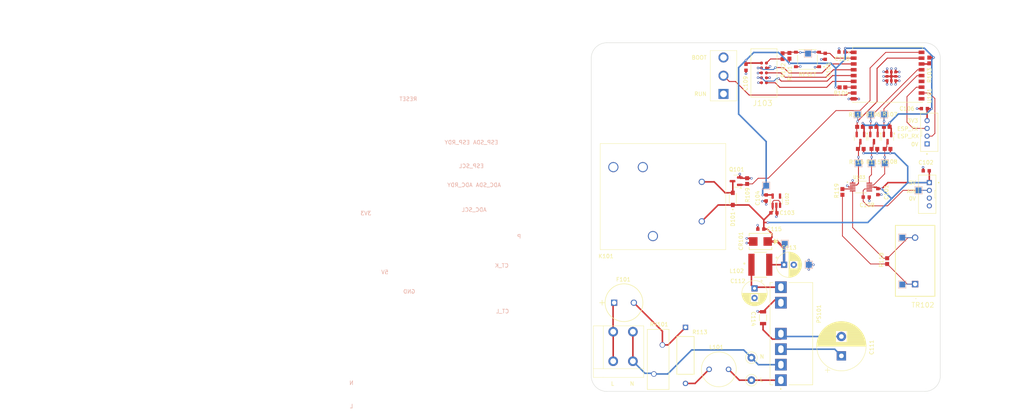
<source format=kicad_pcb>
(kicad_pcb (version 20240108) (generator "pcbnew") (generator_version "8.0")
  (title_block (date "sam. 04 avril 2015"))
  (layers (0 "F.Cu" signal "L1_TOP.Cu") (1 "In1.Cu" signal "L2.Cu") (2 "In2.Cu" signal "L3.Cu") (31 "B.Cu" signal "L4_BOTTOM.Cu") (34 "B.Paste" user) (35 "F.Paste" user) (36 "B.SilkS" user "B.Silkscreen") (37 "F.SilkS" user "F.Silkscreen") (38 "B.Mask" user) (39 "F.Mask" user) (44 "Edge.Cuts" user))
  (net 0 "")
  (net 1 "/VCAP+")
  (net 2 "/VCAP-")
  (net 3 "/5V_L")
  (net 4 "LIVE")
  (net 5 "/LIVE_F")
  (net 6 "NEUT")
  (net 7 "/AIN3")
  (net 8 "/MCU_EN")
  (net 9 "/TMS")
  (net 10 "/TCK")
  (net 11 "/TDO")
  (net 12 "/TDI")
  (net 13 "/MCU-TX")
  (net 14 "/MCU-RX")
  (net 16 "Net-(D101-A)")
  (net 19 "/IO2")
  (net 20 "/AC_IN_L")
  (net 22 "/IO8")
  (net 23 "/LIVE_R")
  (net 24 "/CT_L")
  (net 25 "/IO9")
  (net 26 "/ADC_SCL")
  (net 27 "/ESP_SCL")
  (net 28 "/ADC_SDA")
  (net 29 "/ESP_SDA")
  (net 30 "+5V")
  (net 31 "GND")
  (net 32 "+3V3")
  (net 33 "/ESP_RDY")
  (net 34 "/ALERT{slash}RDY")
  (net 36 "/AIN1")
  (net 38 "/AIN0")
  (net 39 "/TC_RST")
  (net 40 "/RLY_EN")
  (footprint "Capacitor_THT:CP_Radial_D6.3mm_P2.50mm" (layer "F.Cu") (at 213.42 98.7 -90)
    (property "Reference" "C112")
    (property "Value" "470u" (hide yes))
  )
  (footprint "Library:SOT95P285X140-5N" (layer "F.Cu") (at 219.0447 76.0612 90)
    (property "Reference" "U102")
    (property "Value" "AP2112K-3.3" (hide yes))
  )
  (footprint "Library:RESC1607X60N" (layer "F.Cu") (at 222.42 38.665 90)
    (property "Reference" "R101")
    (property "Value" "10K" (hide yes))
  )
  (footprint "Library:AZ2100-1CE-5DEF" (layer "F.Cu") (at 193.92 77.6 90)
    (property "Reference" "K101")
    (property "Value" "AZ2100-1CE-5DEF" (hide yes))
  )
  (footprint "Capacitor_THT:CP_Radial_D6.3mm_P2.50mm" (layer "F.Cu") (at 221.037621 92.6)
    (property "Reference" "C113")
    (property "Value" "100u" (hide yes))
  )
  (footprint "Library:CAP_CL31_SAM" (layer "F.Cu") (at 215.62 106.272199 -90)
    (property "Reference" "C114")
    (property "Value" "1n" (hide yes))
  )
  (footprint "Library:CL10A" (layer "F.Cu") (at 235.985 37.6903 180)
    (property "Reference" "C110")
    (property "Value" "10u" (hide yes))
  )
  (footprint "Library:JST_B4B-PH-K" (layer "F.Cu") (at 257.945 74.4 90)
    (property "Reference" "J102" (hide yes))
    (property "Value" "B4B-PH-K" (hide yes))
  )
  (footprint "Library:RESC1607X60N" (layer "F.Cu") (at 247.52 57 180)
    (property "Reference" "R107")
    (property "Value" "2k2" (hide yes))
  )
  (footprint "Library:SW_TS-1187A-B-A-B" (layer "F.Cu") (at 227.0825 39.6 180)
    (property "Reference" "SW102" (hide yes))
    (property "Value" "TS-1187A-B-A-B" (hide yes))
  )
  (footprint "MountingHole:MountingHole_3.2mm_M3" (layer "F.Cu") (at 233.82 62.8)
    (property "Reference" "H102" (hide yes))
    (property "Value" "MountingHole" (hide yes))
  )
  (footprint "Capacitor_THT:CP_Radial_D12.5mm_P5.00mm" (layer "F.Cu") (at 235.82 116.123959 90)
    (property "Reference" "C111")
    (property "Value" "22u" (hide yes))
  )
  (footprint "MountingHole:MountingHole_3.2mm_M3" (layer "F.Cu") (at 233.82 97.8)
    (property "Reference" "H103" (hide yes))
    (property "Value" "MountingHole" (hide yes))
  )
  (footprint "Library:YAG_FMP200_YAG" (layer "F.Cu") (at 195.62 108.761 -90)
    (property "Reference" "R113")
    (property "Value" "12R" (hide yes))
  )
  (footprint "Library:CL10A" (layer "F.Cu") (at 216.42 75.35 -90)
    (property "Reference" "C104")
    (property "Value" "1u" (hide yes))
  )
  (footprint "Library:CL10A" (layer "F.Cu") (at 215.0453 83.4 180)
    (property "Reference" "C115")
    (property "Value" "1u" (hide yes))
  )
  (footprint "Library:CONV_PBO-5C-5" (layer "F.Cu") (at 220.22 110.4 90)
    (property "Reference" "PS101")
    (property "Value" "PBO-5C-5" (hide yes))
    (fp_line (start 7.7 -0.7) (end 8.3 -0.7) (stroke (width 0.01)) (layer "Edge.Cuts"))
    (fp_line (start -0.3 -0.7) (end 0.3 -0.7) (stroke (width 0.01)) (layer "Edge.Cuts"))
    (fp_line (start 8.3 0.7) (end 7.7 0.7) (stroke (width 0.01)) (layer "Edge.Cuts"))
    (fp_line (start 0.3 0.7) (end -0.3 0.7) (stroke (width 0.01)) (layer "Edge.Cuts"))
    (fp_arc (start 8.3 -0.7) (mid 8.794975 -0.494975) (end 9 0) (stroke (width 0.01)) (layer "Edge.Cuts"))
    (fp_arc (start 0.3 -0.7) (mid 0.794975 -0.494975) (end 1 0) (stroke (width 0.01)) (layer "Edge.Cuts"))
    (fp_arc (start 9 0) (mid 8.794975 0.494975) (end 8.3 0.7) (stroke (width 0.01)) (layer "Edge.Cuts"))
    (fp_arc (start 7 0) (mid 7.205025 -0.494975) (end 7.7 -0.7) (stroke (width 0.01)) (layer "Edge.Cuts"))
    (fp_arc (start 1 0) (mid 0.794975 0.494975) (end 0.3 0.7) (stroke (width 0.01)) (layer "Edge.Cuts"))
    (fp_arc (start -1 0) (mid -0.794975 -0.494975) (end -0.3 -0.7) (stroke (width 0.01)) (layer "Edge.Cuts"))
    (fp_arc (start 7.7 0.7) (mid 7.205025 0.494975) (end 7 0) (stroke (width 0.01)) (layer "Edge.Cuts"))
    (fp_arc (start -0.3 0.7) (mid -0.794975 0.494975) (end -1 0) (stroke (width 0.01)) (layer "Edge.Cuts"))
  )
  (footprint "Library:RESC1607X60N" (layer "F.Cu") (at 258.485 39.865 -90)
    (property "Reference" "R103")
    (property "Value" "10K" (hide yes))
  )
  (footprint "Library:IND_RLB9012-472KL" (layer "F.Cu") (at 204.22 119.6)
    (property "Reference" "L101")
    (property "Value" "4m7" (hide yes))
  )
  (footprint "Library:CL10A" (layer "F.Cu") (at 231.6453 38.8 -90)
    (property "Reference" "C105")
    (property "Value" "1u" (hide yes))
  )
  (footprint "Library:TAG-CONNECT_TC2050-IDC-NL" (layer "F.Cu") (at 215.22 40.53)
    (property "Reference" "J103")
    (property "Value" "TC2050-IDC-NL" (hide yes))
  )
  (footprint "Package_TO_SOT_SMD:SOT-23" (layer "F.Cu") (at 240.72 59.9 -90)
    (property "Reference" "Q104" (hide yes))
    (property "Value" "DMG2302UK" (hide yes))
  )
  (footprint "Library:CL10A" (layer "F.Cu") (at 242.22 75.135)
    (property "Reference" "C108")
    (property "Value" "1u" (hide yes))
  )
  (footprint "Library:RESC1607X60N" (layer "F.Cu") (at 211.52 71 90)
    (property "Reference" "R109")
    (property "Value" "10K" (hide yes))
  )
  (footprint "Library:RESC1607X60N" (layer "F.Cu") (at 244.32 62.7 180)
    (property "Reference" "R115")
    (property "Value" "2k2" (hide yes))
  )
  (footprint "TestPoint:TestPoint_Loop_D2.50mm_Drill1.0mm" (layer "F.Cu") (at 212.62 116.6)
    (property "Reference" "TP102" (hide yes))
    (property "Value" "TestPoint_Alt" (hide yes))
  )
  (footprint "Library:RESC1607X60N" (layer "F.Cu") (at 236.085 46.8 180)
    (property "Reference" "R104")
    (property "Value" "10K" (hide yes))
  )
  (footprint "Library:RESC1607X60N" (layer "F.Cu") (at 244.12 57 180)
    (property "Reference" "R106")
    (property "Value" "2k2" (hide yes))
  )
  (footprint "Library:VAR_B72214S0351K101" (layer "F.Cu") (at 188.57 117.05 -90)
    (property "Reference" "RV101")
    (property "Value" "B72214S0351K101" (hide yes))
  )
  (footprint "Library:ADS1115_SOP50P490X110-10N" (layer "F.Cu") (at 240.87 72.535)
    (property "Reference" "U103")
    (property "Value" "ADS1115IDGSR" (hide yes))
  )
  (footprint "Library:XCVR_ESP32-C3-WROOM-02U-N4" (layer "F.Cu") (at 247.735 43.515)
    (property "Reference" "U101")
    (property "Value" "ESP32-C3-WROOM" (hide yes))
  )
  (footprint "Package_TO_SOT_SMD:SOT-23" (layer "F.Cu") (at 247.72 59.9 -90)
    (property "Reference" "Q103" (hide yes))
    (property "Value" "DMG2302UK" (hide yes))
  )
  (footprint "Library:IND_HL4R7M_TAY" (layer "F.Cu") (at 214.9213 92.6)
    (property "Reference" "L102")
    (property "Value" "4u7" (hide yes))
  )
  (footprint "Library:CL10A" (layer "F.Cu") (at 211.22 41.6253 -90)
    (property "Reference" "C109")
    (property "Value" "1u" (hide yes))
  )
  (footprint "Package_TO_SOT_SMD:SOT-23" (layer "F.Cu") (at 244.22 59.9 -90)
    (property "Reference" "Q102" (hide yes))
    (property "Value" "DMG2302UK" (hide yes))
  )
  (footprint "Library:FUSE_560_1019_LTF" (layer "F.Cu") (at 177.22 102.4)
    (property "Reference" "F101")
    (property "Value" "56000001019 " (hide yes))
  )
  (footprint "Library:CL10A" (layer "F.Cu") (at 257.22 52.3 180)
    (property "Reference" "C106")
    (property "Value" "1u" (hide yes))
  )
  (footprint "Library:RESC1607X60N" (layer "F.Cu") (at 236.085 73.8 90)
    (property "Reference" "R119")
    (property "Value" "0R")
  )
  (footprint "Library:SS12D10L3" (layer "F.Cu") (at 205.42 48.5 90)
    (property "Reference" "SW101" (hide yes))
    (property "Value" "SW_SPDT" (hide yes))
  )
  (footprint "MountingHole:MountingHole_3.2mm_M3" (layer "F.Cu") (at 198.82 97.8)
    (property "Reference" "H104" (hide yes))
    (property "Value" "MountingHole" (hide yes))
  )
  (footprint "Library:CL10A" (layer "F.Cu") (at 257.6947 68.3494 180)
    (property "Reference" "C102")
    (property "Value" "1u" (hide yes))
  )
  (footprint "Library:RESC1607X60N" (layer "F.Cu") (at 240.82 62.7 180)
    (property "Reference" "R116")
    (property "Value" "2k2" (hide yes))
  )
  (footprint "Library:zmct102" (layer "F.Cu") (at 254.82 97.6 90)
    (property "Reference" "TR102")
    (property "Value" "ZMCT102" (hide yes))
  )
  (footprint "Library:RESC1607X60N" (layer "F.Cu") (at 240.62 57 180)
    (property "Reference" "R114")
    (property "Value" "2k2" (hide yes))
  )
  (footprint "Library:RESC1607X60N" (layer "F.Cu") (at 247.72 62.7 180)
    (property "Reference" "R108")
    (property "Value" "2k2" (hide yes))
  )
  (footprint "Library:CL10A" (layer "F.Cu") (at 218.42 79.2)
    (property "Reference" "C103")
    (property "Value" "1u" (hide yes))
  )
  (footprint "Library:SODFL3618X110N" (layer "F.Cu") (at 207.82 75.6 90)
    (property "Reference" "D101")
    (property "Value" "1N4007FL" (hide yes))
  )
  (footprint "TestPoint:TestPoint_Loop_D2.50mm_Drill1.0mm" (layer "F.Cu") (at 212.62 122.4)
    (property "Reference" "TP101" (hide yes))
    (property "Value" "TestPoint_Alt" (hide yes))
  )
  (footprint "Package_TO_SOT_SMD:SOT-23" (layer "F.Cu") (at 208.6825 71.025 180)
    (property "Reference" "Q101")
    (property "Value" "DMG2302UK" (hide yes))
  )
  (footprint "Library:JST_B4B-PH-K" (layer "F.Cu") (at 258.47 58.4 -90)
    (property "Reference" "J105" (hide yes))
    (property "Value" "B4B-PH-K" (hide yes))
  )
  (footprint "Library:SMB_DIO" (layer "F.Cu") (at 214.9628 86.6 180)
    (property "Reference" "CR101")
    (property "Value" "SMBJ7.0CA-13-F" (hide yes))
  )
  (footprint "Library:RESC1607X60N" (layer "F.Cu") (at 247.62 91.665 90)
    (property "Reference" "R118")
    (property "Value" "68R")
  )
  (footprint "Library:CL10A" (layer "F.Cu") (at 245.22 73.735 -90)
    (property "Reference" "C101")
    (property "Value" "1u" (hide yes))
  )
  (footprint "Library:CONN-TH_2P-P5.08_WJ142V-5.08-2P" (layer "F.Cu") (at 179.52 113.7)
    (property "Reference" "J101" (hide yes))
    (property "Value" "Screw_Terminal_01x02" (hide yes))
  )
  (footprint "Library:RESC1607X60N" (layer "F.Cu") (at 220.645 38.75 90)
    (property "Reference" "R102")
    (property "Value" "0R" (hide yes))
  )
  (footprint "TestPoint:TestPoint_Pad_1.5x1.5mm" (layer "B.Cu") (at 243.42 53.8 180)
    (property "Reference" "TP107" (hide yes))
    (property "Value" "TestPoint_Alt" (hide yes))
  )
  (footprint "TestPoint:TestPoint_Pad_1.5x1.5mm" (layer "B.Cu") (at 227.42 92.6 180)
    (property "Reference" "TP106" (hide yes))
    (property "Value" "TestPoint_Alt" (hide yes))
  )
  (footprint "TestPoint:TestPoint_Pad_1.5x1.5mm" (layer "B.Cu") (at 255.72 73.4 -90)
    (property "Reference" "TP115" (hide yes))
    (property "Value" "TestPoint_Alt" (hide yes))
  )
  (footprint "TestPoint:TestPoint_Pad_1.5x1.5mm" (layer "B.Cu") (at 251.52 85.6 180)
    (property "Reference" "TP114" (hide yes))
    (property "Value" "TestPoint_Alt")
  )
  (footprint "TestPoint:TestPoint_Pad_1.5x1.5mm" (layer "B.Cu") (at 221.22 87.2 180)
    (property "Reference" "TP103" (hide yes))
    (property "Value" "TestPoint_Alt" (hide yes))
  )
  (footprint "TestPoint:TestPoint_Pad_1.5x1.5mm" (layer "B.Cu") (at 227.22 38.1 180)
    (property "Reference" "TP105" (hide yes))
    (property "Value" "TestPoint_Alt" (hide yes))
  )
  (footprint "TestPoint:TestPoint_Pad_1.5x1.5mm" (layer "B.Cu") (at 240.02 53.8 180)
    (property "Reference" "TP111" (hide yes))
    (property "Value" "TestPoint_Alt" (hide yes))
  )
  (footprint "TestPoint:TestPoint_Pad_1.5x1.5mm" (layer "B.Cu") (at 240.22 66.4 180)
    (property "Reference" "TP112" (hide yes))
    (property "Value" "TestPoint_Alt" (hide yes))
  )
  (footprint "TestPoint:TestPoint_Pad_1.5x1.5mm" (layer "B.Cu") (at 251.52 97.7 180)
    (property "Reference" "TP113" (hide yes))
    (property "Value" "TestPoint_Alt")
  )
  (footprint "TestPoint:TestPoint_Pad_1.5x1.5mm" (layer "B.Cu") (at 246.82 53.8 180)
    (property "Reference" "TP109" (hide yes))
    (property "Value" "TestPoint_Alt" (hide yes))
  )
  (footprint "TestPoint:TestPoint_Pad_1.5x1.5mm" (layer "B.Cu") (at 243.62 66.4 180)
    (property "Reference" "TP108" (hide yes))
    (property "Value" "TestPoint_Alt" (hide yes))
  )
  (footprint "TestPoint:TestPoint_Pad_1.5x1.5mm" (layer "B.Cu") (at 247.02 66.4 180)
    (property "Reference" "TP110" (hide yes))
    (property "Value" "TestPoint_Alt" (hide yes))
  )
  (footprint "TestPoint:TestPoint_Pad_1.5x1.5mm" (layer "B.Cu") (at 216.42 72.2 180)
    (property "Reference" "TP104" (hide yes))
    (property "Value" "TestPoint_Alt" (hide yes))
  )
  (gr_arc (start 257.32 35.3) (mid 260.148427 36.471573) (end 261.32 39.3) (stroke (width 0.1)) (layer "Edge.Cuts"))
  (gr_arc (start 261.32 121.3) (mid 260.148427 124.128427) (end 257.32 125.3) (stroke (width 0.1)) (layer "Edge.Cuts"))
  (gr_line (start 171.32 121.3) (end 171.32 39.3) (stroke (width 0.1)) (layer "Edge.Cuts"))
  (gr_line (start 257.32 125.3) (end 175.32 125.3) (stroke (width 0.1)) (layer "Edge.Cuts"))
  (gr_arc (start 171.32 39.3) (mid 172.491573 36.471573) (end 175.32 35.3) (stroke (width 0.1)) (layer "Edge.Cuts"))
  (gr_line (start 175.32 35.3) (end 257.32 35.3) (stroke (width 0.1)) (layer "Edge.Cuts"))
  (gr_arc (start 175.32 125.3) (mid 172.491573 124.128427) (end 171.32 121.3) (stroke (width 0.1)) (layer "Edge.Cuts"))
  (gr_line (start 261.32 39.3) (end 261.32 121.3) (stroke (width 0.1)) (layer "Edge.Cuts"))
  (gr_text "ADC_SDA" (at 148.1 72.6 0) (layer "B.SilkS") (effects (font (size 1 1)) (justify left bottom mirror)))
  (gr_text "ESP_SDA" (at 147.4 61.6 0) (layer "B.SilkS") (effects (font (size 1 1)) (justify left bottom mirror)))
  (gr_text "ADC_RDY" (at 140.8 72.6 0) (layer "B.SilkS") (effects (font (size 1 1)) (justify left bottom mirror)))
  (gr_text "RESET" (at 126.5 50.4 0) (layer "B.SilkS") (effects (font (size 1 1)) (justify left bottom mirror)))
  (gr_text "ADC_SCL" (at 144.4 79 0) (layer "B.SilkS") (effects (font (size 1 1)) (justify left bottom mirror)))
  (gr_text "CT_K" (at 150.1 93.4 0) (layer "B.SilkS") (effects (font (size 1 1)) (justify left bottom mirror)))
  (gr_text "GND" (at 126 100.1 0) (layer "B.SilkS") (effects (font (size 1 1)) (justify left bottom mirror)))
  (gr_text "P" (at 153.3 85.9 0) (layer "B.SilkS") (effects (font (size 1 1)) (justify left bottom mirror)))
  (gr_text "N" (at 110.1 123.7 -0) (layer "B.SilkS") (effects (font (size 1 1)) (justify left bottom mirror)))
  (gr_text "CT_L" (at 150.2 105.2 0) (layer "B.SilkS") (effects (font (size 1 1)) (justify left bottom mirror)))
  (gr_text "ESP_SCL" (at 143.7 67.7 0) (layer "B.SilkS") (effects (font (size 1 1)) (justify left bottom mirror)))
  (gr_text "3V3" (at 114.7 79.9 0) (layer "B.SilkS") (effects (font (size 1 1)) (justify left bottom mirror)))
  (gr_text "5V" (at 119.1 95.1 0) (layer "B.SilkS") (effects (font (size 1 1)) (justify left bottom mirror)))
  (gr_text "L" (at 110 129.7 -0) (layer "B.SilkS") (effects (font (size 1 1)) (justify left bottom mirror)))
  (gr_text "ESP_RDY" (at 140.1 61.6 0) (layer "B.SilkS") (effects (font (size 1 1)) (justify left bottom mirror)))
  (gr_text "BOOT" (at 197.12 39.7 0) (layer "F.SilkS") (effects (font (size 1 1)) (justify left bottom)))
  (gr_text "RUN" (at 197.82 49.1 0) (layer "F.SilkS") (effects (font (size 1 1)) (justify left bottom)))
  (gr_text "N" (at 181.22 123.9 0) (layer "F.SilkS") (effects (font (size 1 1)) (justify left bottom)))
  (gr_text "ESP_RX" (at 250.12 60 0) (layer "F.SilkS") (effects (font (size 1 1)) (justify left bottom)))
  (gr_text "3V3" (at 252.72 56 0) (layer "F.SilkS") (effects (font (size 1 1)) (justify left bottom)))
  (gr_text "RESET" (at 224.72 44.1 0) (layer "F.SilkS") (effects (font (size 1 1)) (justify left bottom)))
  (gr_text "0V" (at 253.72 62.1 0) (layer "F.SilkS") (effects (font (size 1 1)) (justify left bottom)))
  (gr_text "5V" (at 253.12 72 0) (layer "F.SilkS") (effects (font (size 1 1)) (justify left bottom)))
  (gr_text "N" (at 214.72 116.9 0) (layer "F.SilkS") (effects (font (size 1 1)) (justify left bottom)))
  (gr_text "L" (at 214.72 122.9 0) (layer "F.SilkS") (effects (font (size 1 1)) (justify left bottom)))
  (gr_text "0V" (at 253.12 76.1 0) (layer "F.SilkS") (effects (font (size 1 1)) (justify left bottom)))
  (gr_text "L" (at 176.32 123.9 0) (layer "F.SilkS") (effects (font (size 1 1)) (justify left bottom)))
  (gr_text "ESP_TX" (at 250.12 58.1 0) (layer "F.SilkS") (effects (font (size 1 1)) (justify left bottom)))
  (gr_text "AIN" (at 252.62 74.2 0) (layer "F.SilkS") (effects (font (size 1 1)) (justify left bottom)))
  (segment (start 220.22 114.4) (end 234.096041 114.4) (width 0.4) (layer "B.Cu") (net 1))
  (segment (start 234.096041 114.4) (end 235.82 116.123959) (width 0.4) (layer "B.Cu") (net 1))
  (segment (start 215.62 107.8) (end 215.62 109.4) (width 0.4) (layer "F.Cu") (net 2))
  (segment (start 218.025076 111.805076) (end 220.222942 111.805076) (width 0.4) (layer "F.Cu") (net 2))
  (segment (start 215.62 109.4) (end 218.025076 111.805076) (width 0.4) (layer "F.Cu") (net 2))
  (segment (start 235.82 111.123959) (end 221.365503 111.123959) (width 0.4) (layer "B.Cu") (net 2))
  (segment (start 221.365503 111.123959) (end 221.004731 111.484731) (width 0.4) (layer "B.Cu") (net 2))
  (segment (start 220.22 98.4) (end 213.72 98.4) (width 0.4) (layer "F.Cu") (net 3))
  (segment (start 213.42 98.7) (end 212.6226 97.9026) (width 0.4) (layer "F.Cu") (net 3))
  (segment (start 213.72 98.4) (end 213.42 98.7) (width 0.4) (layer "F.Cu") (net 3))
  (segment (start 212.6226 97.9026) (end 212.6226 92.6) (width 0.4) (layer "F.Cu") (net 3))
  (segment (start 176.947 109.857) (end 176.947 102.673) (width 0.4) (layer "F.Cu") (net 4))
  (segment (start 176.947 102.673) (end 177.22 102.4) (width 0.4) (layer "F.Cu") (net 4))
  (segment (start 176.98 117.51) (end 176.98 109.89) (width 0.4) (layer "F.Cu") (net 4))
  (segment (start 176.98 109.89) (end 176.947 109.857) (width 0.4) (layer "F.Cu") (net 4))
  (segment (start 195.62 108.8) (end 195.62 108.761) (width 0.4) (layer "F.Cu") (net 5))
  (segment (start 189.67 109.77) (end 189.67 113.3) (width 0.4) (layer "F.Cu") (net 5))
  (segment (start 182.3 102.4) (end 189.67 109.77) (width 0.4) (layer "F.Cu") (net 5))
  (segment (start 191.12 113.3) (end 195.62 108.8) (width 0.4) (layer "F.Cu") (net 5))
  (segment (start 189.67 113.3) (end 191.12 113.3) (width 0.4) (layer "F.Cu") (net 5))
  (segment (start 182.06 117.51) (end 182.06 109.89) (width 0.4) (layer "F.Cu") (net 6))
  (segment (start 210.62 114.6) (end 212.62 116.6) (width 0.4) (layer "B.Cu") (net 6))
  (segment (start 185.178 120.628) (end 187.298 120.628) (width 0.4) (layer "B.Cu") (net 6))
  (segment (start 220.22 118.4) (end 214.42 118.4) (width 0.4) (layer "B.Cu") (net 6))
  (segment (start 187.47 120.8) (end 191.02 120.8) (width 0.4) (layer "B.Cu") (net 6))
  (segment (start 182.06 117.51) (end 185.178 120.628) (width 0.4) (layer "B.Cu") (net 6))
  (segment (start 187.298 120.628) (end 187.47 120.8) (width 0.4) (layer "B.Cu") (net 6))
  (segment (start 197.22 114.6) (end 210.62 114.6) (width 0.4) (layer "B.Cu") (net 6))
  (segment (start 191.02 120.8) (end 197.22 114.6) (width 0.4) (layer "B.Cu") (net 6))
  (segment (start 214.42 118.4) (end 212.62 116.6) (width 0.4) (layer "B.Cu") (net 6))
  (segment (start 243.02 73.035) (end 241.835 73.035) (width 0.2) (layer "F.Cu") (net 7))
  (segment (start 247.72 77.4) (end 251.72 73.4) (width 0.2) (layer "F.Cu") (net 7))
  (segment (start 242.62 77.4) (end 247.72 77.4) (width 0.2) (layer "F.Cu") (net 7))
  (segment (start 241.835 73.035) (end 241.4453 73.4247) (width 0.2) (layer "F.Cu") (net 7))
  (segment (start 251.72 73.4) (end 258.495 73.4) (width 0.2) (layer "F.Cu") (net 7))
  (segment (start 241.4453 76.2253) (end 242.62 77.4) (width 0.2) (layer "F.Cu") (net 7))
  (segment (start 241.4453 75.135) (end 241.4453 76.2253) (width 0.2) (layer "F.Cu") (net 7))
  (segment (start 241.4453 73.4247) (end 241.4453 75.135) (width 0.2) (layer "F.Cu") (net 7))
  (segment (start 258.495 73.4) (end 255.72 73.4) (width 0.2) (layer "B.Cu") (net 7))
  (segment (start 224.0825 37.725) (end 222.625 37.725) (width 0.25) (layer "F.Cu") (net 8))
  (segment (start 222.625 37.725) (end 222.42 37.93) (width 0.25) (layer "F.Cu") (net 8))
  (segment (start 234.085 39.265) (end 232.8453 38.0253) (width 0.25) (layer "F.Cu") (net 8))
  (segment (start 230.3828 38.0253) (end 230.0825 37.725) (width 0.25) (layer "F.Cu") (net 8))
  (segment (start 222.42 37.93) (end 220.73 37.93) (width 0.25) (layer "F.Cu") (net 8))
  (segment (start 230.0825 37.725) (end 229.045 37.725) (width 0.25) (layer "F.Cu") (net 8))
  (segment (start 231.6453 38.0253) (end 230.3828 38.0253) (width 0.25) (layer "F.Cu") (net 8))
  (segment (start 225.22 37.8) (end 224.1575 37.8) (width 0.25) (layer "F.Cu") (net 8))
  (segment (start 229.045 37.725) (end 229.02 37.7) (width 0.25) (layer "F.Cu") (net 8))
  (segment (start 232.8453 38.0253) (end 231.6453 38.0253) (width 0.25) (layer "F.Cu") (net 8))
  (segment (start 238.985 39.265) (end 234.085 39.265) (width 0.25) (layer "F.Cu") (net 8))
  (segment (start 220.73 37.93) (end 220.645 38.015) (width 0.25) (layer "F.Cu") (net 8))
  (segment (start 224.1575 37.8) (end 224.0825 37.725) (width 0.25) (layer "F.Cu") (net 8))
  (via (at 229.02 37.7) (size 0.6) (drill 0.3) (layers "F.Cu" "B.Cu") (net 8))
  (via (at 225.22 37.8) (size 0.6) (drill 0.3) (layers "F.Cu" "B.Cu") (net 8))
  (segment (start 229.02 37.7) (end 227.62 37.7) (width 0.25) (layer "B.Cu") (net 8))
  (segment (start 226.92 37.8) (end 227.22 38.1) (width 0.25) (layer "B.Cu") (net 8))
  (segment (start 227.62 37.7) (end 227.22 38.1) (width 0.25) (layer "B.Cu") (net 8))
  (segment (start 225.22 37.8) (end 226.92 37.8) (width 0.25) (layer "B.Cu") (net 8))
  (segment (start 220.92 41.7) (end 222.32 43.1) (width 0.25) (layer "F.Cu") (net 9))
  (segment (start 222.32 43.1) (end 230.82 43.1) (width 0.25) (layer "F.Cu") (net 9))
  (segment (start 233.155 40.765) (end 238.985 40.765) (width 0.25) (layer "F.Cu") (net 9))
  (segment (start 230.82 43.1) (end 233.155 40.765) (width 0.25) (layer "F.Cu") (net 9))
  (segment (start 214.32 41.8) (end 215.22 41.8) (width 0.25) (layer "F.Cu") (net 9))
  (segment (start 218.82 41.7) (end 220.92 41.7) (width 0.25) (layer "F.Cu") (net 9))
  (via (at 218.82 41.7) (size 0.6) (drill 0.3) (layers "F.Cu" "B.Cu") (net 9))
  (via (at 214.32 41.8) (size 0.6) (drill 0.3) (layers "F.Cu" "B.Cu") (net 9))
  (segment (start 218.82 41.7) (end 218.32 42.2) (width 0.25) (layer "B.Cu") (net 9))
  (segment (start 218.32 42.2) (end 215.62 42.2) (width 0.25) (layer "B.Cu") (net 9))
  (segment (start 215.62 42.2) (end 215.22 41.8) (width 0.25) (layer "B.Cu") (net 9))
  (segment (start 215.22 41.8) (end 214.32 41.8) (width 0.25) (layer "B.Cu") (net 9))
  (segment (start 238.985 43.765) (end 233.555 43.765) (width 0.25) (layer "F.Cu") (net 10))
  (segment (start 233.555 43.765) (end 232.12 45.2) (width 0.25) (layer "F.Cu") (net 10))
  (segment (start 215.18 44.3) (end 215.22 44.34) (width 0.25) (layer "F.Cu") (net 10))
  (segment (start 220.32 45.2) (end 219.62 44.5) (width 0.25) (layer "F.Cu") (net 10))
  (segment (start 232.12 45.2) (end 220.32 45.2) (width 0.25) (layer "F.Cu") (net 10))
  (segment (start 214.32 44.3) (end 215.18 44.3) (width 0.25) (layer "F.Cu") (net 10))
  (via (at 214.32 44.3) (size 0.6) (drill 0.3) (layers "F.Cu" "B.Cu") (net 10))
  (via (at 219.62 44.5) (size 0.6) (drill 0.3) (layers "F.Cu" "B.Cu") (net 10))
  (segment (start 219.12 44.5) (end 218.42 45.2) (width 0.25) (layer "B.Cu") (net 10))
  (segment (start 215.72 44.8) (end 215.22 44.3) (width 0.25) (layer "B.Cu") (net 10))
  (segment (start 219.62 44.5) (end 219.12 44.5) (width 0.25) (layer "B.Cu") (net 10))
  (segment (start 218.42 45.2) (end 216.12 45.2) (width 0.25) (layer "B.Cu") (net 10))
  (segment (start 216.12 45.2) (end 215.72 44.8) (width 0.25) (layer "B.Cu") (net 10))
  (segment (start 215.22 44.3) (end 214.32 44.3) (width 0.25) (layer "B.Cu") (net 10))
  (segment (start 238.985 45.265) (end 233.555 45.265) (width 0.25) (layer "F.Cu") (net 11))
  (segment (start 218.73 45.61) (end 216.49 45.61) (width 0.25) (layer "F.Cu") (net 11))
  (segment (start 232.02 46.8) (end 219.92 46.8) (width 0.25) (layer "F.Cu") (net 11))
  (segment (start 219.92 46.8) (end 218.73 45.61) (width 0.25) (layer "F.Cu") (net 11))
  (segment (start 233.555 45.265) (end 232.02 46.8) (width 0.25) (layer "F.Cu") (net 11))
  (segment (start 238.985 42.265) (end 233.755 42.265) (width 0.25) (layer "F.Cu") (net 12))
  (segment (start 231.82 44.2) (end 221.32 44.2) (width 0.25) (layer "F.Cu") (net 12))
  (segment (start 221.32 44.2) (end 220.19 43.07) (width 0.25) (layer "F.Cu") (net 12))
  (segment (start 233.755 42.265) (end 231.82 44.2) (width 0.25) (layer "F.Cu") (net 12))
  (segment (start 220.19 43.07) (end 216.49 43.07) (width 0.25) (layer "F.Cu") (net 12))
  (segment (start 252.72 49.2) (end 255.155 46.765) (width 0.2) (layer "F.Cu") (net 13))
  (segment (start 257.92 57.4) (end 254.32 57.4) (width 0.2) (layer "F.Cu") (net 13))
  (segment (start 252.72 55.8) (end 252.72 49.2) (width 0.2) (layer "F.Cu") (net 13))
  (segment (start 255.155 46.765) (end 256.485 46.765) (width 0.2) (layer "F.Cu") (net 13))
  (segment (start 254.32 57.4) (end 252.72 55.8) (width 0.2) (layer "F.Cu") (net 13))
  (segment (start 258.485 48.265) (end 259.92 49.7) (width 0.2) (layer "F.Cu") (net 14))
  (segment (start 259.92 58.7) (end 259.22 59.4) (width 0.2) (layer "F.Cu") (net 14))
  (segment (start 256.485 48.265) (end 258.485 48.265) (width 0.2) (layer "F.Cu") (net 14))
  (segment (start 259.92 49.7) (end 259.92 58.7) (width 0.2) (layer "F.Cu") (net 14))
  (segment (start 259.22 59.4) (end 257.92 59.4) (width 0.2) (layer "F.Cu") (net 14))
  (segment (start 203.02 71.2) (end 205.85 74.03) (width 0.4) (layer "F.Cu") (net 16))
  (segment (start 207.82 74.03) (end 207.82 71.1) (width 0.4) (layer "F.Cu") (net 16))
  (segment (start 205.85 74.03) (end 207.82 74.03) (width 0.4) (layer "F.Cu") (net 16))
  (segment (start 207.82 71.1) (end 207.745 71.025) (width 0.4) (layer "F.Cu") (net 16))
  (segment (start 199.82 71.2) (end 203.02 71.2) (width 0.4) (layer "F.Cu") (net 16))
  (segment (start 258.32 40.765) (end 258.485 40.6) (width 0.4) (layer "F.Cu") (net 19))
  (segment (start 256.485 40.765) (end 258.32 40.765) (width 0.4) (layer "F.Cu") (net 19))
  (segment (start 209.52 122.4) (end 212.62 122.4) (width 0.4) (layer "F.Cu") (net 20))
  (segment (start 206.72 119.6) (end 209.52 122.4) (width 0.4) (layer "F.Cu") (net 20))
  (segment (start 212.62 122.4) (end 220.22 122.4) (width 0.4) (layer "F.Cu") (net 20))
  (segment (start 236.855 46.765) (end 236.82 46.8) (width 0.2) (layer "F.Cu") (net 22))
  (segment (start 238.985 46.765) (end 236.855 46.765) (width 0.2) (layer "F.Cu") (net 22))
  (segment (start 195.62 123.239) (end 198.081 123.239) (width 0.4) (layer "F.Cu") (net 23))
  (segment (start 198.081 123.239) (end 201.72 119.6) (width 0.4) (layer "F.Cu") (net 23))
  (segment (start 243.32 92.4) (end 247.62 92.4) (width 0.2) (layer "F.Cu") (net 24))
  (segment (start 252.82 97.6) (end 254.82 97.6) (width 0.2) (layer "F.Cu") (net 24))
  (segment (start 247.62 92.4) (end 252.82 97.6) (width 0.2) (layer "F.Cu") (net 24))
  (segment (start 236.085 85.165) (end 243.32 92.4) (width 0.2) (layer "F.Cu") (net 24))
  (segment (start 236.085 74.535) (end 236.085 85.165) (width 0.2) (layer "F.Cu") (net 24))
  (segment (start 251.62 97.6) (end 251.52 97.7) (width 0.2) (layer "B.Cu") (net 24))
  (segment (start 254.82 97.6) (end 251.62 97.6) (width 0.2) (layer "B.Cu") (net 24))
  (segment (start 237.12 48.8) (end 212.02 48.8) (width 0.25) (layer "F.Cu") (net 25))
  (segment (start 208.52 45.3) (end 206.92 45.3) (width 0.25) (layer "F.Cu") (net 25))
  (segment (start 238.985 48.265) (end 237.655 48.265) (width 0.25) (layer "F.Cu") (net 25))
  (segment (start 212.02 48.8) (end 208.52 45.3) (width 0.25) (layer "F.Cu") (net 25))
  (segment (start 206.92 45.3) (end 205.42 43.8) (width 0.25) (layer "F.Cu") (net 25))
  (segment (start 237.655 48.265) (end 237.12 48.8) (width 0.25) (layer "F.Cu") (net 25))
  (segment (start 244.02 62.265) (end 244.02 61.0375) (width 0.2) (layer "F.Cu") (net 26))
  (segment (start 243.585 69.335) (end 243.02 69.9) (width 0.2) (layer "F.Cu") (net 26))
  (segment (start 244.02 61.0375) (end 244.22 60.8375) (width 0.2) (layer "F.Cu") (net 26))
  (segment (start 243.585 62.7) (end 244.02 62.265) (width 0.2) (layer "F.Cu") (net 26))
  (segment (start 243.02 69.9) (end 243.02 71.535) (width 0.2) (layer "F.Cu") (net 26))
  (segment (start 243.585 62.7) (end 243.585 69.335) (width 0.2) (layer "F.Cu") (net 26))
  (via (at 243.62 64.8) (size 0.6) (drill 0.3) (layers "F.Cu" "B.Cu") (net 26))
  (segment (start 243.62 66.4) (end 243.62 64.8) (width 0.2) (layer "B.Cu") (net 26))
  (segment (start 243.27 58.9625) (end 243.27 57.115) (width 0.2) (layer "F.Cu") (net 27))
  (segment (start 243.385 55.6) (end 243.385 57) (width 0.2) (layer "F.Cu") (net 27))
  (segment (start 255.455 42.265) (end 256.485 42.265) (width 0.2) (layer "F.Cu") (net 27))
  (segment (start 243.385 55.6) (end 243.385 54.335) (width 0.2) (layer "F.Cu") (net 27))
  (segment (start 243.385 54.335) (end 255.455 42.265) (width 0.2) (layer "F.Cu") (net 27))
  (segment (start 243.27 57.115) (end 243.385 57) (width 0.2) (layer "F.Cu") (net 27))
  (via (at 243.385 55.6) (size 0.6) (drill 0.3) (layers "F.Cu" "B.Cu") (net 27))
  (segment (start 243.385 55.6) (end 243.385 53.835) (width 0.2) (layer "B.Cu") (net 27))
  (segment (start 243.385 53.835) (end 243.42 53.8) (width 0.2) (layer "B.Cu") (net 27))
  (segment (start 247.52 61.0375) (end 247.72 60.8375) (width 0.2) (layer "F.Cu") (net 28))
  (segment (start 246.985 62.7) (end 247.52 62.165) (width 0.2) (layer "F.Cu") (net 28))
  (segment (start 243.02 72.035) (end 244.085 72.035) (width 0.2) (layer "F.Cu") (net 28))
  (segment (start 244.085 72.035) (end 246.985 69.135) (width 0.2) (layer "F.Cu") (net 28))
  (segment (start 247.52 62.165) (end 247.52 61.0375) (width 0.2) (layer "F.Cu") (net 28))
  (segment (start 246.985 69.135) (end 246.985 62.7) (width 0.2) (layer "F.Cu") (net 28))
  (via (at 246.985 64.8) (size 0.6) (drill 0.3) (layers "F.Cu" "B.Cu") (net 28))
  (segment (start 247.02 66.4) (end 247.02 64.835) (width 0.2) (layer "B.Cu") (net 28))
  (segment (start 247.02 64.835) (end 246.985 64.8) (width 0.2) (layer "B.Cu") (net 28))
  (segment (start 246.77 57.015) (end 246.785 57) (width 0.2) (layer "F.Cu") (net 29))
  (segment (start 256.485 43.765) (end 255.355 43.765) (width 0.2) (layer "F.Cu") (net 29))
  (segment (start 246.785 52.335) (end 246.785 57) (width 0.2) (layer "F.Cu") (net 29))
  (segment (start 246.77 58.9625) (end 246.77 57.015) (width 0.2) (layer "F.Cu") (net 29))
  (segment (start 255.355 43.765) (end 246.785 52.335) (width 0.2) (layer "F.Cu") (net 29))
  (via (at 246.82 55.6) (size 0.6) (drill 0.3) (layers "F.Cu" "B.Cu") (net 29))
  (segment (start 246.82 55.6) (end 246.82 53.835) (width 0.2) (layer "B.Cu") (net 29))
  (segment (start 244.8597 72.6) (end 245.22 72.9603) (width 0.4) (layer "F.Cu") (net 30))
  (segment (start 216.989844 86.4442) (end 217.907 85.527044) (width 0.4) (layer "F.Cu") (net 30))
  (segment (start 215.82 81.7) (end 216.82 81.7) (width 0.4) (layer "F.Cu") (net 30))
  (segment (start 217.22 92.6) (end 221.037621 92.6) (width 0.4) (layer "F.Cu") (net 30))
  (segment (start 216.9758 86.4442) (end 216.989844 86.4442) (width 0.4) (layer "F.Cu") (net 30))
  (segment (start 219.9947 76.3747) (end 219.9947 77.2462) (width 0.2) (layer "F.Cu") (net 30))
  (segment (start 258.495 71.4) (end 247.82 71.4) (width 0.4) (layer "F.Cu") (net 30))
  (segment (start 246.1803 72.9603) (end 246.22 73) (width 0.4) (layer "F.Cu") (net 30))
  (segment (start 248.455 62.7) (end 248.455 63.765) (width 0.4) (layer "F.Cu") (net 30))
  (segment (start 244.255 72.535) (end 244.32 72.6) (width 0.25) (layer "F.Cu") (net 30))
  (segment (start 221.037621 88.317621) (end 219.32 86.6) (width 0.6) (layer "F.Cu") (net 30))
  (segment (start 248.455 63.765) (end 248.42 63.8) (width 0.4) (layer "F.Cu") (net 30))
  (segment (start 207.82 77.17) (end 204.05 77.17) (width 0.4) (layer "F.Cu") (net 30))
  (segment (start 241.555 63.765) (end 241.52 63.8) (width 0.4) (layer "F.Cu") (net 30))
  (segment (start 244.32 72.6) (end 244.8597 72.6) (width 0.4) (layer "F.Cu") (net 30))
  (segment (start 243.02 72.535) (end 244.255 72.535) (width 0.25) (layer "F.Cu") (net 30))
  (segment (start 204.05 77.17) (end 199.82 81.4) (width 0.4) (layer "F.Cu") (net 30))
  (segment (start 245.055 63.765) (end 245.02 63.8) (width 0.4) (layer "F.Cu") (net 30))
  (segment (start 218.0947 78.7506) (end 218.0947 77.2462) (width 0.4) (layer "F.Cu") (net 30))
  (segment (start 217.42 87.2) (end 216.82 86.6) (width 0.4) (layer "F.Cu") (net 30))
  (segment (start 218.0947 77.2462) (end 218.0947 76.3253) (width 0.2) (layer "F.Cu") (net 30))
  (segment (start 245.22 72.9603) (end 246.1803 72.9603) (width 0.4) (layer "F.Cu") (net 30))
  (segment (start 247.82 71.4) (end 246.22 73) (width 0.4) (layer "F.Cu") (net 30))
  (segment (start 211.9647 77.17) (end 207.82 77.17) (width 0.4) (layer "F.Cu") (net 30))
  (segment (start 217.907 84.597956) (end 216.709044 83.4) (width 0.4) (layer "F.Cu") (net 30))
  (segment (start 218.0947 76.3253) (end 218.42 76) (width 0.2) (layer "F.Cu") (net 30))
  (segment (start 221.037621 92.6) (end 221.037621 88.317621) (width 0.6) (layer "F.Cu") (net 30))
  (segment (start 241.555 62.7) (end 241.555 63.765) (width 0.4) (layer "F.Cu") (net 30))
  (segment (start 219.62 76) (end 219.9947 76.3747) (width 0.2) (layer "F.Cu") (net 30))
  (segment (start 216.709044 83.4) (end 215.82 83.4) (width 0.4) (layer "F.Cu") (net 30))
  (segment (start 245.055 62.7) (end 245.055 63.765) (width 0.4) (layer "F.Cu") (net 30))
  (segment (start 219.32 86.6) (end 216.82 86.6) (width 0.6) (layer "F.Cu") (net 30))
  (segment (start 216.82 86.6) (end 216.9758 86.4442) (width 0.4) (layer "F.Cu") (net 30))
  (segment (start 215.82 81.7) (end 215.82 81.0253) (width 0.4) (layer "F.Cu") (net 30))
  (segment (start 217.6453 79.2) (end 218.0947 78.7506) (width 0.4) (layer "F.Cu") (net 30))
  (segment (start 258.495 71.4) (end 258.495 68.375) (width 0.4) (layer "F.Cu") (net 30))
  (segment (start 258.495 68.375) (end 258.4694 68.3494) (width 0.4) (layer "F.Cu") (net 30))
  (segment (start 217.907 85.527044) (end 217.907 84.597956) (width 0.4) (layer "F.Cu") (net 30))
  (segment (start 215.82 81.0253) (end 217.6453 79.2) (width 0.4) (layer "F.Cu") (net 30))
  (segment (start 215.82 81.0253) (end 211.9647 77.17) (width 0.4) (layer "F.Cu") (net 30))
  (segment (start 215.82 83.4) (end 215.82 81.7) (width 0.4) (layer "F.Cu") (net 30))
  (segment (start 218.42 76) (end 219.62 76) (width 0.2) (layer "F.Cu") (net 30))
  (via (at 245.02 63.8) (size 0.6) (drill 0.3) (layers "F.Cu" "B.Cu") (net 30))
  (via (at 241.52 63.8) (size 0.6) (drill 0.3) (layers "F.Cu" "B.Cu") (net 30))
  (via (at 248.42 63.8) (size 0.6) (drill 0.3) (layers "F.Cu" "B.Cu") (net 30))
  (via (at 246.22 73) (size 0.6) (drill 0.3) (layers "F.Cu" "B.Cu") (net 30))
  (via (at 216.82 81.7) (size 0.6) (drill 0.3) (layers "F.Cu" "B.Cu") (net 30))
  (segment (start 221.037621 92.6) (end 221.037621 87.382379) (width 0.6) (layer "B.Cu") (net 30))
  (segment (start 216.82 81.7) (end 242.62 81.7) (width 0.4) (layer "B.Cu") (net 30))
  (segment (start 248.87 75.45) (end 248.67 75.45) (width 0.4) (layer "B.Cu") (net 30))
  (segment (start 252.92 67.2) (end 249.52 63.8) (width 0.4) (layer "B.Cu") (net 30))
  (segment (start 252.92 71.4) (end 258.495 71.4) (width 0.4) (layer "B.Cu") (net 30))
  (segment (start 248.42 63.8) (end 245.02 63.8) (width 0.4) (layer "B.Cu") (net 30))
  (segment (start 249.52 63.8) (end 248.42 63.8) (width 0.4) (layer "B.Cu") (net 30))
  (segment (start 248.67 75.45) (end 246.22 73) (width 0.4) (layer "B.Cu") (net 30))
  (segment (start 221.037621 87.382379) (end 221.22 87.2) (width 0.4) (layer "B.Cu") (net 30))
  (segment (start 245.02 63.8) (end 241.52 63.8) (width 0.4) (layer "B.Cu") (net 30))
  (segment (start 252.92 71.4) (end 252.92 67.2) (width 0.4) (layer "B.Cu") (net 30))
  (segment (start 242.62 81.7) (end 248.87 75.45) (width 0.4) (layer "B.Cu") (net 30))
  (segment (start 248.87 75.45) (end 252.92 71.4) (width 0.4) (layer "B.Cu") (net 30))
  (segment (start 247.56 42.8) (end 246.72 42.8) (width 0.4) (layer "F.Cu") (net 31))
  (segment (start 219.1947 79.2) (end 219.1947 80.0253) (width 0.4) (layer "F.Cu") (net 31))
  (segment (start 215.4953 76.1247) (end 215.42 76.2) (width 0.4) (layer "F.Cu") (net 31))
  (segment (start 218.630936 101.733462) (end 219.1725 101.733462) (width 0.4) (layer "F.Cu") (net 31))
  (segment (start 214.35 43.07) (end 214.32 43.1) (width 0.4) (layer "F.Cu") (net 31))
  (segment (start 247.56 45.1) (end 246.72 45.1) (width 0.4) (layer "F.Cu") (net 31))
  (segment (start 214.2706 83.4) (end 214.2706 82.4506) (width 0.4) (layer "F.Cu") (net 31))
  (segment (start 211.52 70.265) (end 209.81 70.265) (width 0.4) (layer "F.Cu") (net 31))
  (segment (start 225.145 41.475) (end 225.22 41.4) (width 0.25) (layer "F.Cu") (net 31))
  (segment (start 230.6453 39.5747) (end 230.62 39.6) (width 0.4) (layer "F.Cu") (net 31))
  (segment (start 247.62 45.16) (end 247.62 46) (width 0.4) (layer "F.Cu") (net 31))
  (segment (start 214.364398 104.744398) (end 214.22 104.6) (width 0.4) (layer "F.Cu") (net 31))
  (segment (start 216.49 44.34) (end 217.36 44.34) (width 0.4) (layer "F.Cu") (net 31))
  (segment (start 224.0825 41.475) (end 225.145 41.475) (width 0.25) (layer "F.Cu") (net 31))
  (segment (start 215.62 104.744398) (end 214.364398 104.744398) (width 0.4) (layer "F.Cu") (net 31))
  (segment (start 247.595 42.025) (end 247.62 42) (width 0.4) (layer "F.Cu") (net 31))
  (segment (start 211.52 70.265) (end 212.585 70.265) (width 0.4) (layer "F.Cu") (net 31))
  (segment (start 242.9947 76.0747) (end 243.02 76.1) (width 0.4) (layer "F.Cu") (net 31))
  (segment (start 248.695 43.965) (end 247.595 43.965) (width 0.4) (layer "F.Cu") (net 31))
  (segment (start 237.655 72.535) (end 237.32 72.2) (width 0.25) (layer "F.Cu") (net 31))
  (segment (start 235.2103 36.8097) (end 235.22 36.8) (width 0.4) (layer "F.Cu") (net 31))
  (segment (start 216.42 76.1247) (end 215.4953 76.1247) (width 0.4) (layer "F.Cu") (net 31))
  (segment (start 209.81 70.265) (end 209.62 70.075) (width 0.4) (layer "F.Cu") (net 31))
  (segment (start 216.42 77) (end 216.42 76.1247) (width 0.4) (layer "F.Cu") (net 31))
  (segment (start 238.72 71.535) (end 238.72 70.85) (width 0.25) (layer "F.Cu") (net 31))
  (segment (start 256.4453 52.3) (end 255.32 52.3) (width 0.4) (layer "F.Cu") (net 31))
  (segment (start 242.9947 75.135) (end 242.9947 76.0747) (width 0.4) (layer "F.Cu") (net 31))
  (segment (start 212.585 70.265) (end 212.62 70.3) (width 0.4) (layer "F.Cu") (net 31))
  (segment (start 219.1947 79.2) (end 219.0447 79.05) (width 0.4) (layer "F.Cu") (net 31))
  (segment (start 217.02 41.8) (end 217.42 41.4) (width 0.4) (layer "F.Cu") (net 31))
  (segment (start 213.1056 87) (end 211.42 87) (width 0.4) (layer "F.Cu") (net 31))
  (segment (start 249.88 42.8) (end 250.72 42.8) (width 0.4) (layer "F.Cu") (net 31))
  (segment (start 219.0447 79.05) (end 219.0447 77.2462) (width 0.4) (layer "F.Cu") (net 31))
  (segment (start 213.1056 85.8) (end 211.42 85.8) (width 0.4) (layer "F.Cu") (net 31))
  (segment (start 214.42 45.61) (end 215.22 45.61) (width 0.4) (layer "F.Cu") (net 31))
  (segment (start 209.62 70.075) (end 209.62 69.2) (width 0.4) (layer "F.Cu") (net 31))
  (segment (start 217.36 44.34) (end 217.32 44.3) (width 0.25) (layer "F.Cu") (net 31))
  (segment (start 238.985 49.765) (end 240.285 49.765) (width 0.4) (layer "F.Cu") (net 31))
  (segment (start 247.56 44) (end 246.72 44) (width 0.4) (layer "F.Cu") (net 31))
  (segment (start 248.695 43.965) (end 248.695 45.065) (width 0.4) (layer "F.Cu") (net 31))
  (segment (start 231.6453 39.5747) (end 230.6453 39.5747) (width 0.4) (layer "F.Cu") (net 31))
  (segment (start 238.985 49.765) (end 237.755 49.765) (width 0.4) (layer "F.Cu") (net 31))
  (segment (start 248.695 43.965) (end 248.695 42.865) (width 0.4) (layer "F.Cu") (net 31))
  (segment (start 248.695 43.965) (end 249.795 43.965) (width 0.4) (layer "F.Cu") (net 31))
  (segment (start 246.1103 74.5097) (end 246.12 74.5) (width 0.4) (layer "F.Cu") (net 31))
  (segment (start 215.62 104.744398) (end 218.630936 101.733462) (width 0.4) (layer "F.Cu") (net 31))
  (segment (start 256.92 68.3494) (end 256.92 67.5) (width 0.4) (layer "F.Cu") (net 31))
  (segment (start 245.22 74.5097) (end 246.1103 74.5097) (width 0.4) (layer "F.Cu") (net 31))
  (segment (start 248.695 42.84) (end 248.695 42) (width 0.4) (layer "F.Cu") (net 31))
  (segment (start 249.82 42.84) (end 249.82 42) (width 0.4) (layer "F.Cu") (net 31))
  (segment (start 248.72 45.16) (end 248.72 46) (width 0.4) (layer "F.Cu") (net 31))
  (segment (start 249.88 45.1) (end 250.72 45.1) (width 0.4) (layer "F.Cu") (net 31))
  (segment (start 216.49 41.8) (end 217.02 41.8) (width 0.4) (layer "F.Cu") (net 31))
  (segment (start 211.22 42.4) (end 211.22 43.3) (width 0.4) (layer "F.Cu") (net 31))
  (segment (start 214.2706 82.4506) (end 214.22 82.4) (width 0.4) (layer "F.Cu") (net 31))
  (segment (start 237.755 49.765) (end 237.72 49.8) (width 0.4) (layer "F.Cu") (net 31))
  (segment (start 219.1947 80.0253) (end 219.02 80.2) (width 0.4) (layer "F.Cu") (net 31))
  (segment (start 229.9575 41.6) (end 230.0825 41.475) (width 0.25) (layer "F.Cu") (net 31))
  (segment (start 249.88 44) (end 250.72 44) (width 0.4) (layer "F.Cu") (net 31))
  (segment (start 229.02 41.6) (end 229.9575 41.6) (width 0.25) (layer "F.Cu") (net 31))
  (segment (start 249.82 45.16) (end 249.82 46) (width 0.4) (layer "F.Cu") (net 31))
  (segment (start 238.72 72.535) (end 237.655 72.535) (width 0.25) (layer "F.Cu") (net 31))
  (segment (start 215.22 43.07) (end 214.35 43.07) (width 0.4) (layer "F.Cu") (net 31))
  (segment (start 247.595 42.865) (end 247.595 42.025) (width 0.4) (layer "F.Cu") (net 31))
  (segment (start 235.2103 37.6903) (end 235.2103 36.8097) (width 0.4) (layer "F.Cu") (net 31))
  (segment (start 240.285 49.765) (end 240.32 49.8) (width 0.4) (layer "F.Cu") (net 31))
  (via (at 219.02 80.2) (size 0.6) (drill 0.3) (layers "F.Cu" "B.Cu") (net 31))
  (via (at 209.62 69.2) (size 0.6) (drill 0.3) (layers "F.Cu" "B.Cu") (net 31))
  (via (at 225.22 41.4) (size 0.6) (drill 0.3) (layers "F.Cu" "B.Cu") (net 31))
  (via (at 228.62 92.6) (size 0.6) (drill 0.3) (layers "F.Cu" "B.Cu") (net 31))
  (via (at 240.32 49.8) (size 0.6) (drill 0.3) (layers "F.Cu" "B.Cu") (net 31))
  (via (at 248.695 46.025) (size 0.6) (drill 0.3) (layers "F.Cu" "B.Cu") (net 31))
  (via (at 237.32 72.2) (size 0.6) (drill 0.3) (layers "F.Cu" "B.Cu") (net 31))
  (via (at 250.745 45.125) (size 0.6) (drill 0.3) (layers "F.Cu" "B.Cu") (net 31))
  (via (at 248.72 41.975) (size 0.6) (drill 0.3) (layers "F.Cu" "B.Cu") (net 31))
  (via (at 243.02 76.1) (size 0.6) (drill 0.3) (layers "F.Cu" "B.Cu") (net 31))
  (via (at 227.42 91.4) (size 0.6) (drill 0.3) (layers "F.Cu" "B.Cu") (net 31))
  (via (at 238.72 70.85) (size 0.6) (drill 0.3) (layers "F.Cu" "B.Cu") (net 31))
  (via (at 230.62 39.6) (size 0.6) (drill 0.3) (layers "F.Cu" "B.Cu") (net 31))
  (via (at 249.795 46.025) (size 0.6) (drill 0.3) (layers "F.Cu" "B.Cu") (net 31))
  (via (at 246.12 74.5) (size 0.6) (drill 0.3) (layers "F.Cu" "B.Cu") (net 31))
  (via (at 227.42 93.8) (size 0.6) (drill 0.3) (layers "F.Cu" "B.Cu") (net 31))
  (via (at 249.845 41.975) (size 0.6) (drill 0.3) (layers "F.Cu" "B.Cu") (net 31))
  (via (at 250.745 42.825) (size 0.6) (drill 0.3) (layers "F.Cu" "B.Cu") (net 31))
  (via (at 214.42 45.61) (size 0.6) (drill 0.3) (layers "F.Cu" "B.Cu") (net 31))
  (via (at 256.8694 67.4494) (size 0.6) (drill 0.3) (layers "F.Cu" "B.Cu") (net 31))
  (via (at 247.62 42) (size 0.6) (drill 0.3) (layers "F.Cu" "B.Cu") (net 31))
  (via (at 211.42 85.8) (size 0.6) (drill 0.3) (layers "F.Cu" "B.Cu") (net 31))
  (via (at 246.695 42.775) (size 0.6) (drill 0.3) (layers "F.Cu" "B.Cu") (net 31))
  (via (at 212.62 70.3) (size 0.6) (drill 0.3) (layers "F.Cu" "B.Cu") (net 31))
  (via (at 246.695 43.975) (size 0.6) (drill 0.3) (layers "F.Cu" "B.Cu") (net 31))
  (via (at 235.22 36.8) (size 0.6) (drill 0.3) (layers "F.Cu" "B.Cu") (net 31))
  (via (at 217.42 41.4) (size 0.6) (drill 0.3) (layers "F.Cu" "B.Cu") (net 31))
  (via (at 246.695 45.075) (size 0.6) (drill 0.3) (layers "F.Cu" "B.Cu") (net 31))
  (via (at 237.72 49.8) (size 0.6) (drill 0.3) (layers "F.Cu" "B.Cu") (net 31))
  (via (at 211.22 43.3) (size 0.6) (drill 0.3) (layers "F.Cu" "B.Cu") (net 31))
  (via (at 215.42 76.2) (size 0.6) (drill 0.3) (layers "F.Cu" "B.Cu") (net 31))
  (via (at 214.22 104.6) (size 0.6) (drill 0.3) (layers "F.Cu" "B.Cu") (net 31))
  (via (at 217.32 44.3) (size 0.6) (drill 0.3) (layers "F.Cu" "B.Cu") (net 31))
  (via (at 255.32 52.3) (size 0.6) (drill 0.3) (layers "F.Cu" "B.Cu") (net 31))
  (via (at 211.42 87) (size 0.6) (drill 0.3) (layers "F.Cu" "B.Cu") (net 31))
  (via (at 229.02 41.6) (size 0.6) (drill 0.3) (layers "F.Cu" "B.Cu") (net 31))
  (via (at 216.42 77) (size 0.6) (drill 0.3) (layers "F.Cu" "B.Cu") (net 31))
  (via (at 214.32 43.1) (size 0.6) (drill 0.3) (layers "F.Cu" "B.Cu") (net 31))
  (via (at 247.595 46.025) (size 0.6) (drill 0.3) (layers "F.Cu" "B.Cu") (net 31))
  (via (at 214.22 82.4) (size 0.6) (drill 0.3) (layers "F.Cu" "B.Cu") (net 31))
  (via (at 250.745 44.025) (size 0.6) (drill 0.3) (layers "F.Cu" "B.Cu") (net 31))
  (segment (start 227.42 92.6) (end 227.42 91.4) (width 0.4) (layer "B.Cu") (net 31))
  (segment (start 227.42 92.6) (end 227.42 93.8) (width 0.4) (layer "B.Cu") (net 31))
  (segment (start 227.42 92.6) (end 228.62 92.6) (width 0.4) (layer "B.Cu") (net 31))
  (segment (start 241.355 56.065) (end 241.355 57) (width 0.4) (layer "F.Cu") (net 32))
  (segment (start 258.485 39.13) (end 259.59 39.13) (width 0.4) (layer "F.Cu") (net 32))
  (segment (start 257.9947 52.3) (end 259.12 52.3) (width 0.4) (layer "F.Cu") (net 32))
  (segment (start 238.985 37.765) (end 236.8344 37.765) (width 0.4) (layer "F.Cu") (net 32))
  (segment (start 248.67 57.415) (end 248.255 57) (width 0.4) (layer "F.Cu") (net 32))
  (segment (start 248.67 58.9625) (end 248.67 57.415) (width 0.4) (layer "F.Cu") (net 32))
  (segment (start 257.9947 52.3) (end 258.02 52.3) (width 0.4) (layer "F.Cu") (net 32))
  (segment (start 257.92 52.3747) (end 257.9947 52.3) (width 0.4) (layer "F.Cu") (net 32))
  (segment (start 241.67 58.9625) (end 241.67 57.315) (width 0.4) (layer "F.Cu") (net 32))
  (segment (start 222.42 39.4) (end 222.42 40.6) (width 0.25) (layer "F.Cu") (net 32))
  (segment (start 211.5406 40.53) (end 211.22 40.8506) (width 0.4) (layer "F.Cu") (net 32))
  (segment (start 215.5447 74.5753) (end 215.52 74.6) (width 0.4) (layer "F.Cu") (net 32))
  (segment (start 216.42 74.5753) (end 215.5447 74.5753) (width 0.4) (layer "F.Cu") (net 32))
  (segment (start 235.35 46.8) (end 234.32 46.8) (width 0.2) (layer "F.Cu") (net 32))
  (segment (start 236.8344 37.765) (end 236.7597 37.6903) (width 0.4) (layer "F.Cu") (net 32))
  (segment (start 259.59 39.13) (end 259.62 39.1) (width 0.4) (layer "F.Cu") (net 32))
  (segment (start 215.22 40.53) (end 211.5406 40.53) (width 0.4) (layer "F.Cu") (net 32))
  (segment (start 245.17 58.9625) (end 245.17 57.315) (width 0.4) (layer "F.Cu") (net 32))
  (segment (start 258.02 52.3) (end 258.02 52.2747) (width 0.4) (layer "F.Cu") (net 32))
  (segment (start 218.0947 74.8762) (end 217.7938 74.5753) (width 0.4) (layer "F.Cu") (net 32))
  (segment (start 244.855 56.035) (end 244.855 57) (width 0.4) (layer "F.Cu") (net 32))
  (segment (start 241.67 57.315) (end 241.355 57) (width 0.4) (layer "F.Cu") (net 32))
  (segment (start 258.02 52.2747) (end 257.9947 52.3) (width 0.4) (layer "F.Cu") (net 32))
  (segment (start 236.7597 36.7603) (end 236.82 36.7) (width 0.4) (layer "F.Cu") (net 32))
  (segment (start 245.17 57.315) (end 244.855 57) (width 0.4) (layer "F.Cu") (net 32))
  (segment (start 211.22 39.8) (end 211.22 40.8506) (width 0.25) (layer "F.Cu") (net 32))
  (segment (start 248.255 55.935) (end 248.255 57) (width 0.4) (layer "F.Cu") (net 32))
  (segment (start 236.7597 37.6903) (end 236.7597 36.7603) (width 0.4) (layer "F.Cu") (net 32))
  (segment (start 217.7938 74.5753) (end 216.42 74.5753) (width 0.4) (layer "F.Cu") (net 32))
  (segment (start 257.92 55.4) (end 257.92 52.3747) (width 0.4) (layer "F.Cu") (net 32))
  (via (at 222.42 40.6) (size 0.6) (drill 0.3) (layers "F.Cu" "B.Cu") (net 32))
  (via (at 248.255 55.935) (size 0.6) (drill 0.3) (layers "F.Cu" "B.Cu") (net 32))
  (via (at 234.32 46.8) (size 0.6) (drill 0.3) (layers "F.Cu" "B.Cu") (net 32))
  (via (at 241.355 56.065) (size 0.6) (drill 0.3) (layers "F.Cu" "B.Cu") (net 32))
  (via (at 236.82 36.7) (size 0.6) (drill 0.3) (layers "F.Cu" "B.Cu") (net 32))
  (via (at 244.855 56.035) (size 0.6) (drill 0.3) (layers "F.Cu" "B.Cu") (net 32))
  (via (at 215.52 74.6) (size 0.6) (drill 0.3) (layers "F.Cu" "B.Cu") (net 32))
  (via (at 259.12 52.3) (size 0.6) (drill 0.3) (layers "F.Cu" "B.Cu") (net 32))
  (via (at 259.62 39.1) (size 0.6) (drill 0.3) (layers "F.Cu" "B.Cu") (net 32))
  (via (at 211.22 39.8) (size 0.6) (drill 0.3) (layers "F.Cu" "B.Cu") (net 32))
  (segment (start 236.82 36.7) (end 257.22 36.7) (width 0.4) (layer "B.Cu") (net 32))
  (segment (start 219.62 37.8) (end 222.42 40.6) (width 0.4) (layer "B.Cu") (net 32))
  (segment (start 216.42 60.8) (end 209.32 53.7) (width 0.4) (layer "B.Cu") (net 32))
  (segment (start 258.32 55.4) (end 257.92 55.4) (width 0.4) (layer "B.Cu") (net 32))
  (segment (start 259.12 39.6) (end 259.12 52.3) (width 0.4) (layer "B.Cu") (net 32))
  (segment (start 234.32 42) (end 234.32 46.8) (width 0.4) (layer "B.Cu") (net 32))
  (segment (start 213.22 37.8) (end 219.62 37.8) (width 0.4) (layer "B.Cu") (net 32))
  (segment (start 244.855 56.035) (end 244.29 56.6) (width 0.4) (layer "B.Cu") (net 32))
  (segment (start 209.32 53.7) (end 209.32 41.7) (width 0.4) (layer "B.Cu") (net 32))
  (segment (start 236.82 39.5) (end 234.32 42) (width 0.4) (layer "B.Cu") (net 32))
  (segment (start 259.62 39.1) (end 259.12 39.6) (width 0.4) (layer "B.Cu") (net 32))
  (segment (start 257.22 36.7) (end 259.62 39.1) (width 0.4) (layer "B.Cu") (net 32))
  (segment (start 247.59 56.6) (end 245.42 56.6) (width 0.4) (layer "B.Cu") (net 32))
  (segment (start 211.22 39.8) (end 213.22 37.8) (width 0.4) (layer "B.Cu") (net 32))
  (segment (start 234.32 41.8) (end 234.32 46.8) (width 0.25) (layer "B.Cu") (net 32))
  (segment (start 216.42 72.2) (end 216.42 60.8) (width 0.4) (layer "B.Cu") (net 32))
  (segment (start 244.29 56.6) (end 241.89 56.6) (width 0.4) (layer "B.Cu") (net 32))
  (segment (start 241.89 56.6) (end 241.355 56.065) (width 0.4) (layer "B.Cu") (net 32))
  (segment (start 236.82 36.7) (end 236.82 39.5) (width 0.4) (layer "B.Cu") (net 32))
  (segment (start 222.42 40.6) (end 233.12 40.6) (width 0.4) (layer "B.Cu") (net 32))
  (segment (start 245.42 56.6) (end 244.855 56.035) (width 0.4) (layer "B.Cu") (net 32))
  (segment (start 248.255 55.935) (end 247.59 56.6) (width 0.4) (layer "B.Cu") (net 32))
  (segment (start 209.32 41.7) (end 211.22 39.8) (width 0.4) (layer "B.Cu") (net 32))
  (segment (start 215.52 74.6) (end 215.52 73.1) (width 0.4) (layer "B.Cu") (net 32))
  (segment (start 257.7453 53.6747) (end 259.12 52.3) (width 0.4) (layer "B.Cu") (net 32))
  (segment (start 233.12 40.6) (end 234.32 41.8) (width 0.4) (layer "B.Cu") (net 32))
  (segment (start 215.52 73.1) (end 216.42 72.2) (width 0.4) (layer "B.Cu") (net 32))
  (segment (start 250.5153 53.6747) (end 257.7453 53.6747) (width 0.4) (layer "B.Cu") (net 32))
  (segment (start 248.255 55.935) (end 250.5153 53.6747) (width 0.4) (layer "B.Cu") (net 32))
  (segment (start 247.655 39.265) (end 245.02 41.9) (width 0.25) (layer "F.Cu") (net 33))
  (segment (start 240.02 55.5) (end 240.02 55.6) (width 0.25) (layer "F.Cu") (net 33))
  (segment (start 240.02 55.6) (end 239.92 55.6) (width 0.25) (layer "F.Cu") (net 33))
  (segment (start 239.77 58.9625) (end 239.77 57.115) (width 0.2) (layer "F.Cu") (net 33))
  (segment (start 245.02 50.5) (end 240.02 55.5) (width 0.25) (layer "F.Cu") (net 33))
  (segment (start 239.92 55.6) (end 239.885 55.635) (width 0.25) (layer "F.Cu") (net 33))
  (segment (start 256.485 39.265) (end 247.655 39.265) (width 0.25) (layer "F.Cu") (net 33))
  (segment (start 239.885 55.635) (end 239.885 57) (width 0.25) (layer "F.Cu") (net 33))
  (segment (start 245.02 41.9) (end 245.02 50.5) (width 0.25) (layer "F.Cu") (net 33))
  (segment (start 239.77 57.115) (end 239.885 57) (width 0.2) (layer "F.Cu") (net 33))
  (via (at 240.02 55.6) (size 0.6) (drill 0.3) (layers "F.Cu" "B.Cu") (net 33))
  (segment (start 240.02 53.8) (end 240.02 55.6) (width 0.2) (layer "B.Cu") (net 33))
  (segment (start 240.22 62.835) (end 240.085 62.7) (width 0.25) (layer "F.Cu") (net 34))
  (segment (start 240.22 64.8) (end 240.22 62.835) (width 0.25) (layer "F.Cu") (net 34))
  (segment (start 239.785 72.035) (end 238.72 72.035) (width 0.25) (layer "F.Cu") (net 34))
  (segment (start 240.52 62.265) (end 240.52 61.0375) (width 0.25) (layer "F.Cu") (net 34))
  (segment (start 240.22 64.8) (end 240.22 71.6) (width 0.25) (layer "F.Cu") (net 34))
  (segment (start 240.22 71.6) (end 239.785 72.035) (width 0.25) (layer "F.Cu") (net 34))
  (segment (start 240.52 61.0375) (end 240.72 60.8375) (width 0.25) (layer "F.Cu") (net 34))
  (segment (start 240.085 62.7) (end 240.52 62.265) (width 0.25) (layer "F.Cu") (net 34))
  (via (at 240.22 64.8) (size 0.6) (drill 0.3) (layers "F.Cu" "B.Cu") (net 34))
  (segment (start 240.22 66.4) (end 240.22 64.8) (width 0.2) (layer "B.Cu") (net 34))
  (segment (start 238.72 83) (end 238.72 73.535) (width 0.2) (layer "F.Cu") (net 36))
  (segment (start 247.62 90.93) (end 247.69 90.93) (width 0.2) (layer "F.Cu") (net 36))
  (segment (start 253.02 85.6) (end 254.82 85.6) (width 0.2) (layer "F.Cu") (net 36))
  (segment (start 247.62 90.93) (end 246.65 90.93) (width 0.2) (layer "F.Cu") (net 36))
  (segment (start 247.69 90.93) (end 253.02 85.6) (width 0.2) (layer "F.Cu") (net 36))
  (segment (start 246.65 90.93) (end 238.72 83) (width 0.2) (layer "F.Cu") (net 36))
  (segment (start 254.82 85.6) (end 251.52 85.6) (width 0.2) (layer "B.Cu") (net 36))
  (segment (start 238.72 73.035) (end 236.115 73.035) (width 0.25) (layer "F.Cu") (net 38))
  (segment (start 236.115 73.035) (end 236.085 73.065) (width 0.25) (layer "F.Cu") (net 38))
  (segment (start 220.645 39.485) (end 217.535 39.485) (width 0.25) (layer "F.Cu") (net 39))
  (segment (start 217.535 39.485) (end 216.49 40.53) (width 0.25) (layer "F.Cu") (net 39))
  (segment (start 243.22 50.2) (end 240.62 52.8) (width 0.2) (layer "F.Cu") (net 40))
  (segment (start 234.42 52.8) (end 216.955 70.265) (width 0.2) (layer "F.Cu") (net 40))
  (segment (start 256.485 37.765) (end 247.255 37.765) (width 0.2) (layer "F.Cu") (net 40))
  (segment (start 211.28 71.975) (end 211.52 71.735) (width 0.2) (layer "F.Cu") (net 40))
  (segment (start 212.885 71.735) (end 211.52 71.735) (width 0.2) (layer "F.Cu") (net 40))
  (segment (start 247.255 37.765) (end 243.22 41.8) (width 0.2) (layer "F.Cu") (net 40))
  (segment (start 243.22 41.8) (end 243.22 50.2) (width 0.2) (layer "F.Cu") (net 40))
  (segment (start 216.955 70.265) (end 214.355 70.265) (width 0.2) (layer "F.Cu") (net 40))
  (segment (start 209.62 71.975) (end 211.28 71.975) (width 0.2) (layer "F.Cu") (net 40))
  (segment (start 214.355 70.265) (end 212.885 71.735) (width 0.2) (layer "F.Cu") (net 40))
  (segment (start 240.62 52.8) (end 234.42 52.8) (width 0.2) (layer "F.Cu") (net 40))
)
</source>
